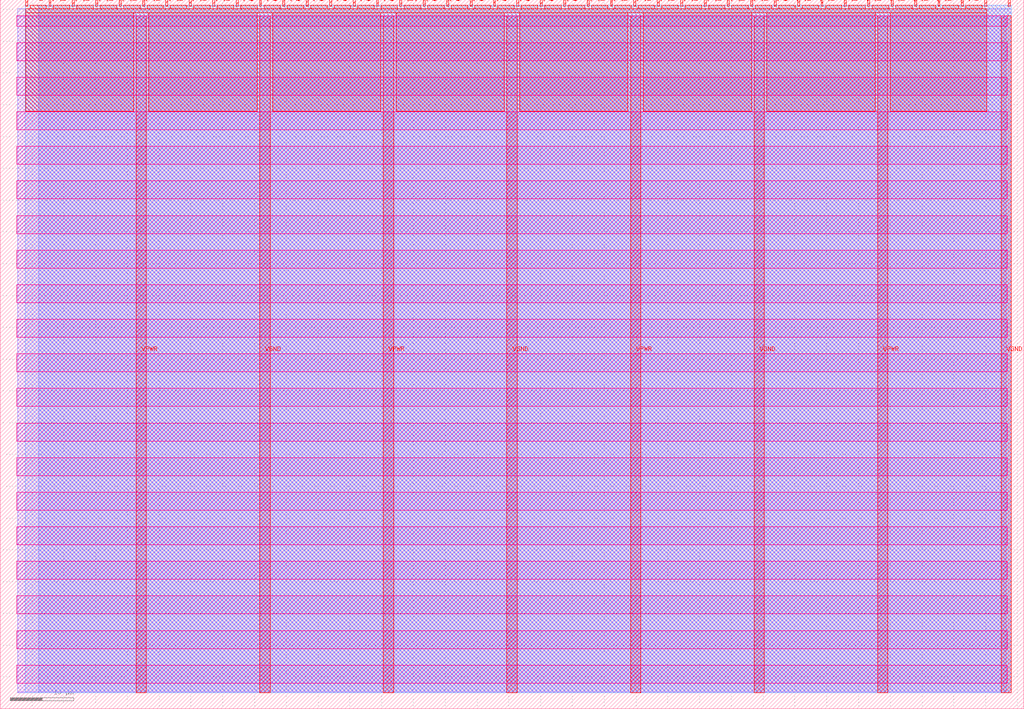
<source format=lef>
VERSION 5.7 ;
  NOWIREEXTENSIONATPIN ON ;
  DIVIDERCHAR "/" ;
  BUSBITCHARS "[]" ;
MACRO tt_um_wokwi_395134712676183041
  CLASS BLOCK ;
  FOREIGN tt_um_wokwi_395134712676183041 ;
  ORIGIN 0.000 0.000 ;
  SIZE 161.000 BY 111.520 ;
  PIN VGND
    DIRECTION INOUT ;
    USE GROUND ;
    PORT
      LAYER met4 ;
        RECT 40.830 2.480 42.430 109.040 ;
    END
    PORT
      LAYER met4 ;
        RECT 79.700 2.480 81.300 109.040 ;
    END
    PORT
      LAYER met4 ;
        RECT 118.570 2.480 120.170 109.040 ;
    END
    PORT
      LAYER met4 ;
        RECT 157.440 2.480 159.040 109.040 ;
    END
  END VGND
  PIN VPWR
    DIRECTION INOUT ;
    USE POWER ;
    PORT
      LAYER met4 ;
        RECT 21.395 2.480 22.995 109.040 ;
    END
    PORT
      LAYER met4 ;
        RECT 60.265 2.480 61.865 109.040 ;
    END
    PORT
      LAYER met4 ;
        RECT 99.135 2.480 100.735 109.040 ;
    END
    PORT
      LAYER met4 ;
        RECT 138.005 2.480 139.605 109.040 ;
    END
  END VPWR
  PIN clk
    DIRECTION INPUT ;
    USE SIGNAL ;
    ANTENNAGATEAREA 0.159000 ;
    PORT
      LAYER met4 ;
        RECT 154.870 110.520 155.170 111.520 ;
    END
  END clk
  PIN ena
    DIRECTION INPUT ;
    USE SIGNAL ;
    PORT
      LAYER met4 ;
        RECT 158.550 110.520 158.850 111.520 ;
    END
  END ena
  PIN rst_n
    DIRECTION INPUT ;
    USE SIGNAL ;
    PORT
      LAYER met4 ;
        RECT 151.190 110.520 151.490 111.520 ;
    END
  END rst_n
  PIN ui_in[0]
    DIRECTION INPUT ;
    USE SIGNAL ;
    ANTENNAGATEAREA 0.196500 ;
    PORT
      LAYER met4 ;
        RECT 147.510 110.520 147.810 111.520 ;
    END
  END ui_in[0]
  PIN ui_in[1]
    DIRECTION INPUT ;
    USE SIGNAL ;
    ANTENNAGATEAREA 0.196500 ;
    PORT
      LAYER met4 ;
        RECT 143.830 110.520 144.130 111.520 ;
    END
  END ui_in[1]
  PIN ui_in[2]
    DIRECTION INPUT ;
    USE SIGNAL ;
    ANTENNAGATEAREA 0.196500 ;
    PORT
      LAYER met4 ;
        RECT 140.150 110.520 140.450 111.520 ;
    END
  END ui_in[2]
  PIN ui_in[3]
    DIRECTION INPUT ;
    USE SIGNAL ;
    ANTENNAGATEAREA 0.196500 ;
    PORT
      LAYER met4 ;
        RECT 136.470 110.520 136.770 111.520 ;
    END
  END ui_in[3]
  PIN ui_in[4]
    DIRECTION INPUT ;
    USE SIGNAL ;
    ANTENNAGATEAREA 0.196500 ;
    PORT
      LAYER met4 ;
        RECT 132.790 110.520 133.090 111.520 ;
    END
  END ui_in[4]
  PIN ui_in[5]
    DIRECTION INPUT ;
    USE SIGNAL ;
    ANTENNAGATEAREA 0.196500 ;
    PORT
      LAYER met4 ;
        RECT 129.110 110.520 129.410 111.520 ;
    END
  END ui_in[5]
  PIN ui_in[6]
    DIRECTION INPUT ;
    USE SIGNAL ;
    ANTENNAGATEAREA 0.213000 ;
    PORT
      LAYER met4 ;
        RECT 125.430 110.520 125.730 111.520 ;
    END
  END ui_in[6]
  PIN ui_in[7]
    DIRECTION INPUT ;
    USE SIGNAL ;
    ANTENNAGATEAREA 0.213000 ;
    PORT
      LAYER met4 ;
        RECT 121.750 110.520 122.050 111.520 ;
    END
  END ui_in[7]
  PIN uio_in[0]
    DIRECTION INPUT ;
    USE SIGNAL ;
    ANTENNAGATEAREA 0.196500 ;
    PORT
      LAYER met4 ;
        RECT 118.070 110.520 118.370 111.520 ;
    END
  END uio_in[0]
  PIN uio_in[1]
    DIRECTION INPUT ;
    USE SIGNAL ;
    PORT
      LAYER met4 ;
        RECT 114.390 110.520 114.690 111.520 ;
    END
  END uio_in[1]
  PIN uio_in[2]
    DIRECTION INPUT ;
    USE SIGNAL ;
    ANTENNAGATEAREA 0.196500 ;
    PORT
      LAYER met4 ;
        RECT 110.710 110.520 111.010 111.520 ;
    END
  END uio_in[2]
  PIN uio_in[3]
    DIRECTION INPUT ;
    USE SIGNAL ;
    PORT
      LAYER met4 ;
        RECT 107.030 110.520 107.330 111.520 ;
    END
  END uio_in[3]
  PIN uio_in[4]
    DIRECTION INPUT ;
    USE SIGNAL ;
    ANTENNAGATEAREA 0.196500 ;
    PORT
      LAYER met4 ;
        RECT 103.350 110.520 103.650 111.520 ;
    END
  END uio_in[4]
  PIN uio_in[5]
    DIRECTION INPUT ;
    USE SIGNAL ;
    PORT
      LAYER met4 ;
        RECT 99.670 110.520 99.970 111.520 ;
    END
  END uio_in[5]
  PIN uio_in[6]
    DIRECTION INPUT ;
    USE SIGNAL ;
    ANTENNAGATEAREA 0.196500 ;
    PORT
      LAYER met4 ;
        RECT 95.990 110.520 96.290 111.520 ;
    END
  END uio_in[6]
  PIN uio_in[7]
    DIRECTION INPUT ;
    USE SIGNAL ;
    PORT
      LAYER met4 ;
        RECT 92.310 110.520 92.610 111.520 ;
    END
  END uio_in[7]
  PIN uio_oe[0]
    DIRECTION OUTPUT TRISTATE ;
    USE SIGNAL ;
    ANTENNADIFFAREA 0.445500 ;
    PORT
      LAYER met4 ;
        RECT 29.750 110.520 30.050 111.520 ;
    END
  END uio_oe[0]
  PIN uio_oe[1]
    DIRECTION OUTPUT TRISTATE ;
    USE SIGNAL ;
    ANTENNADIFFAREA 0.445500 ;
    PORT
      LAYER met4 ;
        RECT 26.070 110.520 26.370 111.520 ;
    END
  END uio_oe[1]
  PIN uio_oe[2]
    DIRECTION OUTPUT TRISTATE ;
    USE SIGNAL ;
    ANTENNADIFFAREA 0.445500 ;
    PORT
      LAYER met4 ;
        RECT 22.390 110.520 22.690 111.520 ;
    END
  END uio_oe[2]
  PIN uio_oe[3]
    DIRECTION OUTPUT TRISTATE ;
    USE SIGNAL ;
    ANTENNADIFFAREA 0.445500 ;
    PORT
      LAYER met4 ;
        RECT 18.710 110.520 19.010 111.520 ;
    END
  END uio_oe[3]
  PIN uio_oe[4]
    DIRECTION OUTPUT TRISTATE ;
    USE SIGNAL ;
    ANTENNADIFFAREA 0.445500 ;
    PORT
      LAYER met4 ;
        RECT 15.030 110.520 15.330 111.520 ;
    END
  END uio_oe[4]
  PIN uio_oe[5]
    DIRECTION OUTPUT TRISTATE ;
    USE SIGNAL ;
    ANTENNADIFFAREA 0.445500 ;
    PORT
      LAYER met4 ;
        RECT 11.350 110.520 11.650 111.520 ;
    END
  END uio_oe[5]
  PIN uio_oe[6]
    DIRECTION OUTPUT TRISTATE ;
    USE SIGNAL ;
    ANTENNADIFFAREA 0.445500 ;
    PORT
      LAYER met4 ;
        RECT 7.670 110.520 7.970 111.520 ;
    END
  END uio_oe[6]
  PIN uio_oe[7]
    DIRECTION OUTPUT TRISTATE ;
    USE SIGNAL ;
    ANTENNADIFFAREA 0.445500 ;
    PORT
      LAYER met4 ;
        RECT 3.990 110.520 4.290 111.520 ;
    END
  END uio_oe[7]
  PIN uio_out[0]
    DIRECTION OUTPUT TRISTATE ;
    USE SIGNAL ;
    PORT
      LAYER met4 ;
        RECT 59.190 110.520 59.490 111.520 ;
    END
  END uio_out[0]
  PIN uio_out[1]
    DIRECTION OUTPUT TRISTATE ;
    USE SIGNAL ;
    ANTENNADIFFAREA 0.795200 ;
    PORT
      LAYER met4 ;
        RECT 55.510 110.520 55.810 111.520 ;
    END
  END uio_out[1]
  PIN uio_out[2]
    DIRECTION OUTPUT TRISTATE ;
    USE SIGNAL ;
    PORT
      LAYER met4 ;
        RECT 51.830 110.520 52.130 111.520 ;
    END
  END uio_out[2]
  PIN uio_out[3]
    DIRECTION OUTPUT TRISTATE ;
    USE SIGNAL ;
    ANTENNADIFFAREA 0.795200 ;
    PORT
      LAYER met4 ;
        RECT 48.150 110.520 48.450 111.520 ;
    END
  END uio_out[3]
  PIN uio_out[4]
    DIRECTION OUTPUT TRISTATE ;
    USE SIGNAL ;
    PORT
      LAYER met4 ;
        RECT 44.470 110.520 44.770 111.520 ;
    END
  END uio_out[4]
  PIN uio_out[5]
    DIRECTION OUTPUT TRISTATE ;
    USE SIGNAL ;
    ANTENNADIFFAREA 0.795200 ;
    PORT
      LAYER met4 ;
        RECT 40.790 110.520 41.090 111.520 ;
    END
  END uio_out[5]
  PIN uio_out[6]
    DIRECTION OUTPUT TRISTATE ;
    USE SIGNAL ;
    PORT
      LAYER met4 ;
        RECT 37.110 110.520 37.410 111.520 ;
    END
  END uio_out[6]
  PIN uio_out[7]
    DIRECTION OUTPUT TRISTATE ;
    USE SIGNAL ;
    ANTENNADIFFAREA 0.795200 ;
    PORT
      LAYER met4 ;
        RECT 33.430 110.520 33.730 111.520 ;
    END
  END uio_out[7]
  PIN uo_out[0]
    DIRECTION OUTPUT TRISTATE ;
    USE SIGNAL ;
    ANTENNADIFFAREA 0.795200 ;
    PORT
      LAYER met4 ;
        RECT 88.630 110.520 88.930 111.520 ;
    END
  END uo_out[0]
  PIN uo_out[1]
    DIRECTION OUTPUT TRISTATE ;
    USE SIGNAL ;
    ANTENNADIFFAREA 0.795200 ;
    PORT
      LAYER met4 ;
        RECT 84.950 110.520 85.250 111.520 ;
    END
  END uo_out[1]
  PIN uo_out[2]
    DIRECTION OUTPUT TRISTATE ;
    USE SIGNAL ;
    ANTENNADIFFAREA 0.795200 ;
    PORT
      LAYER met4 ;
        RECT 81.270 110.520 81.570 111.520 ;
    END
  END uo_out[2]
  PIN uo_out[3]
    DIRECTION OUTPUT TRISTATE ;
    USE SIGNAL ;
    ANTENNADIFFAREA 0.445500 ;
    PORT
      LAYER met4 ;
        RECT 77.590 110.520 77.890 111.520 ;
    END
  END uo_out[3]
  PIN uo_out[4]
    DIRECTION OUTPUT TRISTATE ;
    USE SIGNAL ;
    ANTENNADIFFAREA 0.445500 ;
    PORT
      LAYER met4 ;
        RECT 73.910 110.520 74.210 111.520 ;
    END
  END uo_out[4]
  PIN uo_out[5]
    DIRECTION OUTPUT TRISTATE ;
    USE SIGNAL ;
    ANTENNADIFFAREA 0.445500 ;
    PORT
      LAYER met4 ;
        RECT 70.230 110.520 70.530 111.520 ;
    END
  END uo_out[5]
  PIN uo_out[6]
    DIRECTION OUTPUT TRISTATE ;
    USE SIGNAL ;
    ANTENNADIFFAREA 0.445500 ;
    PORT
      LAYER met4 ;
        RECT 66.550 110.520 66.850 111.520 ;
    END
  END uo_out[6]
  PIN uo_out[7]
    DIRECTION OUTPUT TRISTATE ;
    USE SIGNAL ;
    ANTENNADIFFAREA 0.445500 ;
    PORT
      LAYER met4 ;
        RECT 62.870 110.520 63.170 111.520 ;
    END
  END uo_out[7]
  OBS
      LAYER nwell ;
        RECT 2.570 107.385 158.430 108.990 ;
        RECT 2.570 101.945 158.430 104.775 ;
        RECT 2.570 96.505 158.430 99.335 ;
        RECT 2.570 91.065 158.430 93.895 ;
        RECT 2.570 85.625 158.430 88.455 ;
        RECT 2.570 80.185 158.430 83.015 ;
        RECT 2.570 74.745 158.430 77.575 ;
        RECT 2.570 69.305 158.430 72.135 ;
        RECT 2.570 63.865 158.430 66.695 ;
        RECT 2.570 58.425 158.430 61.255 ;
        RECT 2.570 52.985 158.430 55.815 ;
        RECT 2.570 47.545 158.430 50.375 ;
        RECT 2.570 42.105 158.430 44.935 ;
        RECT 2.570 36.665 158.430 39.495 ;
        RECT 2.570 31.225 158.430 34.055 ;
        RECT 2.570 25.785 158.430 28.615 ;
        RECT 2.570 20.345 158.430 23.175 ;
        RECT 2.570 14.905 158.430 17.735 ;
        RECT 2.570 9.465 158.430 12.295 ;
        RECT 2.570 4.025 158.430 6.855 ;
      LAYER li1 ;
        RECT 2.760 2.635 158.240 108.885 ;
      LAYER met1 ;
        RECT 2.760 2.480 159.040 110.120 ;
      LAYER met2 ;
        RECT 6.070 2.535 159.010 110.685 ;
      LAYER met3 ;
        RECT 3.950 2.555 159.030 110.665 ;
      LAYER met4 ;
        RECT 4.690 110.120 7.270 110.665 ;
        RECT 8.370 110.120 10.950 110.665 ;
        RECT 12.050 110.120 14.630 110.665 ;
        RECT 15.730 110.120 18.310 110.665 ;
        RECT 19.410 110.120 21.990 110.665 ;
        RECT 23.090 110.120 25.670 110.665 ;
        RECT 26.770 110.120 29.350 110.665 ;
        RECT 30.450 110.120 33.030 110.665 ;
        RECT 34.130 110.120 36.710 110.665 ;
        RECT 37.810 110.120 40.390 110.665 ;
        RECT 41.490 110.120 44.070 110.665 ;
        RECT 45.170 110.120 47.750 110.665 ;
        RECT 48.850 110.120 51.430 110.665 ;
        RECT 52.530 110.120 55.110 110.665 ;
        RECT 56.210 110.120 58.790 110.665 ;
        RECT 59.890 110.120 62.470 110.665 ;
        RECT 63.570 110.120 66.150 110.665 ;
        RECT 67.250 110.120 69.830 110.665 ;
        RECT 70.930 110.120 73.510 110.665 ;
        RECT 74.610 110.120 77.190 110.665 ;
        RECT 78.290 110.120 80.870 110.665 ;
        RECT 81.970 110.120 84.550 110.665 ;
        RECT 85.650 110.120 88.230 110.665 ;
        RECT 89.330 110.120 91.910 110.665 ;
        RECT 93.010 110.120 95.590 110.665 ;
        RECT 96.690 110.120 99.270 110.665 ;
        RECT 100.370 110.120 102.950 110.665 ;
        RECT 104.050 110.120 106.630 110.665 ;
        RECT 107.730 110.120 110.310 110.665 ;
        RECT 111.410 110.120 113.990 110.665 ;
        RECT 115.090 110.120 117.670 110.665 ;
        RECT 118.770 110.120 121.350 110.665 ;
        RECT 122.450 110.120 125.030 110.665 ;
        RECT 126.130 110.120 128.710 110.665 ;
        RECT 129.810 110.120 132.390 110.665 ;
        RECT 133.490 110.120 136.070 110.665 ;
        RECT 137.170 110.120 139.750 110.665 ;
        RECT 140.850 110.120 143.430 110.665 ;
        RECT 144.530 110.120 147.110 110.665 ;
        RECT 148.210 110.120 150.790 110.665 ;
        RECT 151.890 110.120 154.470 110.665 ;
        RECT 3.975 109.440 155.185 110.120 ;
        RECT 3.975 94.015 20.995 109.440 ;
        RECT 23.395 94.015 40.430 109.440 ;
        RECT 42.830 94.015 59.865 109.440 ;
        RECT 62.265 94.015 79.300 109.440 ;
        RECT 81.700 94.015 98.735 109.440 ;
        RECT 101.135 94.015 118.170 109.440 ;
        RECT 120.570 94.015 137.605 109.440 ;
        RECT 140.005 94.015 155.185 109.440 ;
  END
END tt_um_wokwi_395134712676183041
END LIBRARY


</source>
